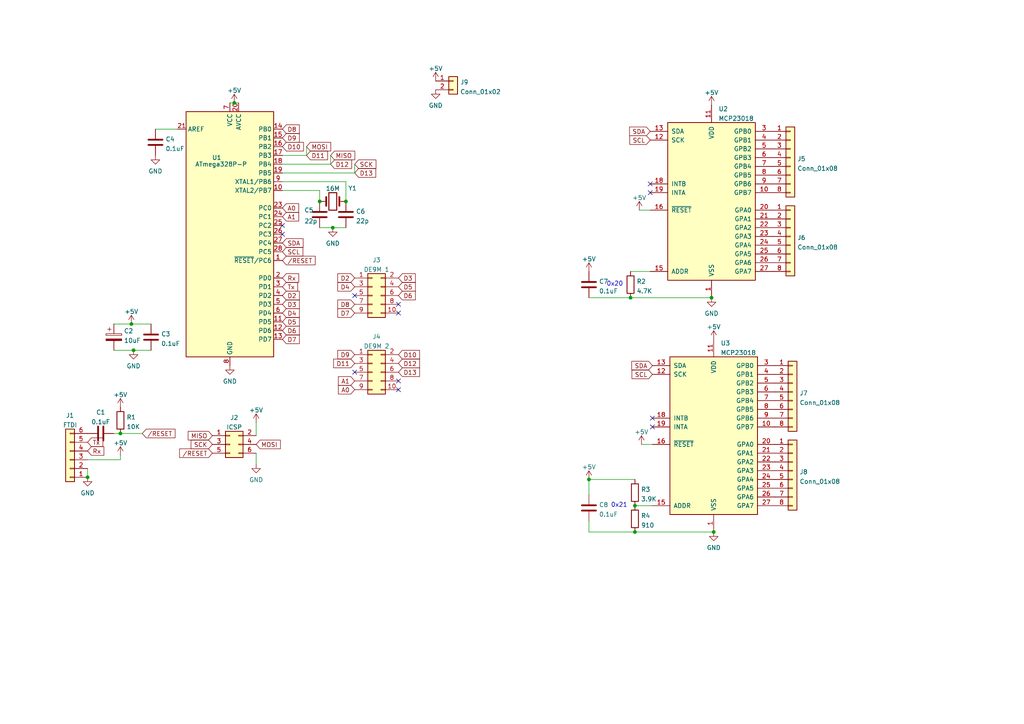
<source format=kicad_sch>
(kicad_sch (version 20211123) (generator eeschema)
  (paper "A4")
  (lib_symbols
    (symbol "Connector_Generic:Conn_01x02" (pin_names (offset 1.016) hide)
      (property "Reference" "J" (at 0 2.54 0))
      (property "Value" "Conn_01x02" (at 0 -5.08 0))
      (symbol "Conn_01x02_1_1"
        (rectangle (start -1.27 -2.413) (end 0 -2.667) (stroke (width 0.1524)))
        (rectangle (start -1.27 0.127) (end 0 -0.127) (stroke (width 0.1524)))
        (rectangle (start -1.27 1.27) (end 1.27 -3.81) (stroke (width 0.254)) (fill (type background)))
        (pin passive line (at -5.08 0 0) (length 3.81) (name "Pin_1") (number "1"))
        (pin passive line (at -5.08 -2.54 0) (length 3.81) (name "Pin_2") (number "2"))
      )
    )
    (symbol "Connector_Generic:Conn_01x06" (pin_names (offset 1.016) hide)
      (property "Reference" "J" (at 0 7.62 0))
      (property "Value" "Conn_01x06" (at 0 -10.16 0))
      (symbol "Conn_01x06_1_1"
        (rectangle (start -1.27 -7.493) (end 0 -7.747) (stroke (width 0.1524)))
        (rectangle (start -1.27 -4.953) (end 0 -5.207) (stroke (width 0.1524)))
        (rectangle (start -1.27 -2.413) (end 0 -2.667) (stroke (width 0.1524)))
        (rectangle (start -1.27 0.127) (end 0 -0.127) (stroke (width 0.1524)))
        (rectangle (start -1.27 2.667) (end 0 2.413) (stroke (width 0.1524)))
        (rectangle (start -1.27 5.207) (end 0 4.953) (stroke (width 0.1524)))
        (rectangle (start -1.27 6.35) (end 1.27 -8.89) (stroke (width 0.254)) (fill (type background)))
        (pin passive line (at -5.08 5.08 0) (length 3.81) (name "Pin_1") (number "1"))
        (pin passive line (at -5.08 2.54 0) (length 3.81) (name "Pin_2") (number "2"))
        (pin passive line (at -5.08 0 0) (length 3.81) (name "Pin_3") (number "3"))
        (pin passive line (at -5.08 -2.54 0) (length 3.81) (name "Pin_4") (number "4"))
        (pin passive line (at -5.08 -5.08 0) (length 3.81) (name "Pin_5") (number "5"))
        (pin passive line (at -5.08 -7.62 0) (length 3.81) (name "Pin_6") (number "6"))
      )
    )
    (symbol "Connector_Generic:Conn_01x08" (pin_names (offset 1.016) hide)
      (property "Reference" "J" (at 0 10.16 0))
      (property "Value" "Conn_01x08" (at 0 -12.7 0))
      (symbol "Conn_01x08_1_1"
        (rectangle (start -1.27 -10.033) (end 0 -10.287) (stroke (width 0.1524)))
        (rectangle (start -1.27 -7.493) (end 0 -7.747) (stroke (width 0.1524)))
        (rectangle (start -1.27 -4.953) (end 0 -5.207) (stroke (width 0.1524)))
        (rectangle (start -1.27 -2.413) (end 0 -2.667) (stroke (width 0.1524)))
        (rectangle (start -1.27 0.127) (end 0 -0.127) (stroke (width 0.1524)))
        (rectangle (start -1.27 2.667) (end 0 2.413) (stroke (width 0.1524)))
        (rectangle (start -1.27 5.207) (end 0 4.953) (stroke (width 0.1524)))
        (rectangle (start -1.27 7.747) (end 0 7.493) (stroke (width 0.1524)))
        (rectangle (start -1.27 8.89) (end 1.27 -11.43) (stroke (width 0.254)) (fill (type background)))
        (pin passive line (at -5.08 7.62 0) (length 3.81) (name "Pin_1") (number "1"))
        (pin passive line (at -5.08 5.08 0) (length 3.81) (name "Pin_2") (number "2"))
        (pin passive line (at -5.08 2.54 0) (length 3.81) (name "Pin_3") (number "3"))
        (pin passive line (at -5.08 0 0) (length 3.81) (name "Pin_4") (number "4"))
        (pin passive line (at -5.08 -2.54 0) (length 3.81) (name "Pin_5") (number "5"))
        (pin passive line (at -5.08 -5.08 0) (length 3.81) (name "Pin_6") (number "6"))
        (pin passive line (at -5.08 -7.62 0) (length 3.81) (name "Pin_7") (number "7"))
        (pin passive line (at -5.08 -10.16 0) (length 3.81) (name "Pin_8") (number "8"))
      )
    )
    (symbol "Connector_Generic:Conn_02x03_Odd_Even" (pin_names (offset 1.016) hide)
      (property "Reference" "J" (at 1.27 5.08 0))
      (property "Value" "Conn_02x03_Odd_Even" (at 1.27 -5.08 0))
      (symbol "Conn_02x03_Odd_Even_1_1"
        (rectangle (start -1.27 -2.413) (end 0 -2.667) (stroke (width 0.1524)))
        (rectangle (start -1.27 0.127) (end 0 -0.127) (stroke (width 0.1524)))
        (rectangle (start -1.27 2.667) (end 0 2.413) (stroke (width 0.1524)))
        (rectangle (start -1.27 3.81) (end 3.81 -3.81) (stroke (width 0.254)) (fill (type background)))
        (rectangle (start 3.81 -2.413) (end 2.54 -2.667) (stroke (width 0.1524)))
        (rectangle (start 3.81 0.127) (end 2.54 -0.127) (stroke (width 0.1524)))
        (rectangle (start 3.81 2.667) (end 2.54 2.413) (stroke (width 0.1524)))
        (pin passive line (at -5.08 2.54 0) (length 3.81) (name "Pin_1") (number "1"))
        (pin passive line (at 7.62 2.54 180) (length 3.81) (name "Pin_2") (number "2"))
        (pin passive line (at -5.08 0 0) (length 3.81) (name "Pin_3") (number "3"))
        (pin passive line (at 7.62 0 180) (length 3.81) (name "Pin_4") (number "4"))
        (pin passive line (at -5.08 -2.54 0) (length 3.81) (name "Pin_5") (number "5"))
        (pin passive line (at 7.62 -2.54 180) (length 3.81) (name "Pin_6") (number "6"))
      )
    )
    (symbol "Connector_Generic:Conn_02x05_Odd_Even" (pin_names (offset 1.016) hide)
      (property "Reference" "J" (at 1.27 7.62 0))
      (property "Value" "Conn_02x05_Odd_Even" (at 1.27 -7.62 0))
      (symbol "Conn_02x05_Odd_Even_1_1"
        (rectangle (start -1.27 -4.953) (end 0 -5.207) (stroke (width 0.1524)))
        (rectangle (start -1.27 -2.413) (end 0 -2.667) (stroke (width 0.1524)))
        (rectangle (start -1.27 0.127) (end 0 -0.127) (stroke (width 0.1524)))
        (rectangle (start -1.27 2.667) (end 0 2.413) (stroke (width 0.1524)))
        (rectangle (start -1.27 5.207) (end 0 4.953) (stroke (width 0.1524)))
        (rectangle (start -1.27 6.35) (end 3.81 -6.35) (stroke (width 0.254)) (fill (type background)))
        (rectangle (start 3.81 -4.953) (end 2.54 -5.207) (stroke (width 0.1524)))
        (rectangle (start 3.81 -2.413) (end 2.54 -2.667) (stroke (width 0.1524)))
        (rectangle (start 3.81 0.127) (end 2.54 -0.127) (stroke (width 0.1524)))
        (rectangle (start 3.81 2.667) (end 2.54 2.413) (stroke (width 0.1524)))
        (rectangle (start 3.81 5.207) (end 2.54 4.953) (stroke (width 0.1524)))
        (pin passive line (at -5.08 5.08 0) (length 3.81) (name "Pin_1") (number "1"))
        (pin passive line (at 7.62 -5.08 180) (length 3.81) (name "Pin_10") (number "10"))
        (pin passive line (at 7.62 5.08 180) (length 3.81) (name "Pin_2") (number "2"))
        (pin passive line (at -5.08 2.54 0) (length 3.81) (name "Pin_3") (number "3"))
        (pin passive line (at 7.62 2.54 180) (length 3.81) (name "Pin_4") (number "4"))
        (pin passive line (at -5.08 0 0) (length 3.81) (name "Pin_5") (number "5"))
        (pin passive line (at 7.62 0 180) (length 3.81) (name "Pin_6") (number "6"))
        (pin passive line (at -5.08 -2.54 0) (length 3.81) (name "Pin_7") (number "7"))
        (pin passive line (at 7.62 -2.54 180) (length 3.81) (name "Pin_8") (number "8"))
        (pin passive line (at -5.08 -5.08 0) (length 3.81) (name "Pin_9") (number "9"))
      )
    )
    (symbol "Device:C" (pin_numbers hide) (pin_names (offset 0.254))
      (property "Reference" "C" (at 0.635 2.54 0))
      (property "Value" "C" (at 0.635 -2.54 0))
      (symbol "C_0_1"
        (polyline (pts (xy -2.032 -0.762) (xy 2.032 -0.762)) (stroke (width 0.508)))
        (polyline (pts (xy -2.032 0.762) (xy 2.032 0.762)) (stroke (width 0.508)))
      )
      (symbol "C_1_1"
        (pin passive line (at 0 3.81 270) (length 2.794) (name "~") (number "1"))
        (pin passive line (at 0 -3.81 90) (length 2.794) (name "~") (number "2"))
      )
    )
    (symbol "Device:C_Polarized" (pin_numbers hide) (pin_names (offset 0.254))
      (property "Reference" "C" (at 0.635 2.54 0))
      (property "Value" "C_Polarized" (at 0.635 -2.54 0))
      (symbol "C_Polarized_0_1"
        (rectangle (start -2.286 0.508) (end 2.286 1.016))
        (polyline (pts (xy -1.778 2.286) (xy -0.762 2.286)))
        (polyline (pts (xy -1.27 2.794) (xy -1.27 1.778)))
        (rectangle (start 2.286 -0.508) (end -2.286 -1.016) (fill (type outline)))
      )
      (symbol "C_Polarized_1_1"
        (pin passive line (at 0 3.81 270) (length 2.794) (name "~") (number "1"))
        (pin passive line (at 0 -3.81 90) (length 2.794) (name "~") (number "2"))
      )
    )
    (symbol "Device:Crystal" (pin_numbers hide) (pin_names (offset 1.016) hide)
      (property "Reference" "Y" (at 0 3.81 0))
      (property "Value" "Crystal" (at 0 -3.81 0))
      (symbol "Crystal_0_1"
        (rectangle (start -1.143 2.54) (end 1.143 -2.54) (stroke (width 0.3048)))
        (polyline (pts (xy -2.54 0) (xy -1.905 0)))
        (polyline (pts (xy -1.905 -1.27) (xy -1.905 1.27)) (stroke (width 0.508)))
        (polyline (pts (xy 1.905 -1.27) (xy 1.905 1.27)) (stroke (width 0.508)))
        (polyline (pts (xy 2.54 0) (xy 1.905 0)))
      )
      (symbol "Crystal_1_1"
        (pin passive line (at -3.81 0 0) (length 1.27) (name "1") (number "1"))
        (pin passive line (at 3.81 0 180) (length 1.27) (name "2") (number "2"))
      )
    )
    (symbol "Device:R" (pin_numbers hide) (pin_names (offset 0))
      (property "Reference" "R" (at 2.032 0 90))
      (property "Value" "R" (at 0 0 90))
      (symbol "R_0_1"
        (rectangle (start -1.016 -2.54) (end 1.016 2.54) (stroke (width 0.254)))
      )
      (symbol "R_1_1"
        (pin passive line (at 0 3.81 270) (length 1.27) (name "~") (number "1"))
        (pin passive line (at 0 -3.81 90) (length 1.27) (name "~") (number "2"))
      )
    )
    (symbol "Evan's misc parts:MCP23018" (pin_names (offset 1.016))
      (property "Reference" "U" (at -11.43 24.13 0))
      (property "Value" "MCP23018" (at 0 0 0))
      (symbol "MCP23018_0_1"
        (rectangle (start -12.7 22.86) (end 12.7 -22.86) (stroke (width 0.254)) (fill (type background)))
      )
      (symbol "MCP23018_1_1"
        (pin power_in line (at 0 -27.94 90) (length 5.08) (name "VSS") (number "1"))
        (pin open_collector line (at 17.78 2.54 180) (length 5.08) (name "GPB7") (number "10"))
        (pin power_in line (at 0 27.94 270) (length 5.08) (name "VDD") (number "11"))
        (pin input line (at -17.78 17.78 0) (length 5.08) (name "SCK") (number "12"))
        (pin bidirectional line (at -17.78 20.32 0) (length 5.08) (name "SDA") (number "13"))
        (pin no_connect line (at -12.7 12.7 0) (length 5.08) hide (name "NC") (number "14"))
        (pin input line (at -17.78 -20.32 0) (length 5.08) (name "ADDR") (number "15"))
        (pin input line (at -17.78 -2.54 0) (length 5.08) (name "~{RESET}") (number "16"))
        (pin no_connect line (at -12.7 10.16 0) (length 5.08) hide (name "NC") (number "17"))
        (pin tri_state line (at -17.78 5.08 0) (length 5.08) (name "INTB") (number "18"))
        (pin tri_state line (at -17.78 2.54 0) (length 5.08) (name "INTA") (number "19"))
        (pin no_connect line (at -12.7 15.24 0) (length 5.08) hide (name "NC") (number "2"))
        (pin open_collector line (at 17.78 -2.54 180) (length 5.08) (name "GPA0") (number "20"))
        (pin open_collector line (at 17.78 -5.08 180) (length 5.08) (name "GPA1") (number "21"))
        (pin open_collector line (at 17.78 -7.62 180) (length 5.08) (name "GPA2") (number "22"))
        (pin open_collector line (at 17.78 -10.16 180) (length 5.08) (name "GPA3") (number "23"))
        (pin open_collector line (at 17.78 -12.7 180) (length 5.08) (name "GPA4") (number "24"))
        (pin open_collector line (at 17.78 -15.24 180) (length 5.08) (name "GPA5") (number "25"))
        (pin open_collector line (at 17.78 -17.78 180) (length 5.08) (name "GPA6") (number "26"))
        (pin open_collector line (at 17.78 -20.32 180) (length 5.08) (name "GPA7") (number "27"))
        (pin no_connect line (at -12.7 7.62 0) (length 5.08) hide (name "NC") (number "28"))
        (pin open_collector line (at 17.78 20.32 180) (length 5.08) (name "GPB0") (number "3"))
        (pin open_collector line (at 17.78 17.78 180) (length 5.08) (name "GPB1") (number "4"))
        (pin open_collector line (at 17.78 15.24 180) (length 5.08) (name "GPB2") (number "5"))
        (pin open_collector line (at 17.78 12.7 180) (length 5.08) (name "GPB3") (number "6"))
        (pin open_collector line (at 17.78 10.16 180) (length 5.08) (name "GPB4") (number "7"))
        (pin open_collector line (at 17.78 7.62 180) (length 5.08) (name "GPB5") (number "8"))
        (pin open_collector line (at 17.78 5.08 180) (length 5.08) (name "GPB6") (number "9"))
      )
    )
    (symbol "MCU_Microchip_ATmega:ATmega328P-P"
      (property "Reference" "U" (at -12.7 36.83 0))
      (property "Value" "ATmega328P-P" (at 2.54 -36.83 0))
      (symbol "ATmega328P-P_0_1"
        (rectangle (start -12.7 -35.56) (end 12.7 35.56) (stroke (width 0.254)) (fill (type background)))
      )
      (symbol "ATmega328P-P_1_1"
        (pin bidirectional line (at 15.24 -7.62 180) (length 2.54) (name "~{RESET}/PC6") (number "1"))
        (pin bidirectional line (at 15.24 12.7 180) (length 2.54) (name "XTAL2/PB7") (number "10"))
        (pin bidirectional line (at 15.24 -25.4 180) (length 2.54) (name "PD5") (number "11"))
        (pin bidirectional line (at 15.24 -27.94 180) (length 2.54) (name "PD6") (number "12"))
        (pin bidirectional line (at 15.24 -30.48 180) (length 2.54) (name "PD7") (number "13"))
        (pin bidirectional line (at 15.24 30.48 180) (length 2.54) (name "PB0") (number "14"))
        (pin bidirectional line (at 15.24 27.94 180) (length 2.54) (name "PB1") (number "15"))
        (pin bidirectional line (at 15.24 25.4 180) (length 2.54) (name "PB2") (number "16"))
        (pin bidirectional line (at 15.24 22.86 180) (length 2.54) (name "PB3") (number "17"))
        (pin bidirectional line (at 15.24 20.32 180) (length 2.54) (name "PB4") (number "18"))
        (pin bidirectional line (at 15.24 17.78 180) (length 2.54) (name "PB5") (number "19"))
        (pin bidirectional line (at 15.24 -12.7 180) (length 2.54) (name "PD0") (number "2"))
        (pin power_in line (at 2.54 38.1 270) (length 2.54) (name "AVCC") (number "20"))
        (pin passive line (at -15.24 30.48 0) (length 2.54) (name "AREF") (number "21"))
        (pin passive line (at 0 -38.1 90) (length 2.54) hide (name "GND") (number "22"))
        (pin bidirectional line (at 15.24 7.62 180) (length 2.54) (name "PC0") (number "23"))
        (pin bidirectional line (at 15.24 5.08 180) (length 2.54) (name "PC1") (number "24"))
        (pin bidirectional line (at 15.24 2.54 180) (length 2.54) (name "PC2") (number "25"))
        (pin bidirectional line (at 15.24 0 180) (length 2.54) (name "PC3") (number "26"))
        (pin bidirectional line (at 15.24 -2.54 180) (length 2.54) (name "PC4") (number "27"))
        (pin bidirectional line (at 15.24 -5.08 180) (length 2.54) (name "PC5") (number "28"))
        (pin bidirectional line (at 15.24 -15.24 180) (length 2.54) (name "PD1") (number "3"))
        (pin bidirectional line (at 15.24 -17.78 180) (length 2.54) (name "PD2") (number "4"))
        (pin bidirectional line (at 15.24 -20.32 180) (length 2.54) (name "PD3") (number "5"))
        (pin bidirectional line (at 15.24 -22.86 180) (length 2.54) (name "PD4") (number "6"))
        (pin power_in line (at 0 38.1 270) (length 2.54) (name "VCC") (number "7"))
        (pin power_in line (at 0 -38.1 90) (length 2.54) (name "GND") (number "8"))
        (pin bidirectional line (at 15.24 15.24 180) (length 2.54) (name "XTAL1/PB6") (number "9"))
      )
    )
    (symbol "power:+5V" (power) (pin_names (offset 0))
      (property "Value" "+5V" (at 0 3.556 0))
      (symbol "+5V_0_1"
        (polyline (pts (xy -0.762 1.27) (xy 0 2.54)))
        (polyline (pts (xy 0 0) (xy 0 2.54)))
        (polyline (pts (xy 0 2.54) (xy 0.762 1.27)))
      )
      (symbol "+5V_1_1"
        (pin power_in line (at 0 0 90) (length 0) hide (name "+5V") (number "1"))
      )
    )
    (symbol "power:GND" (power) (pin_names (offset 0))
      (property "Value" "GND" (at 0 -3.81 0))
      (symbol "GND_0_1"
        (polyline (pts (xy 0 0) (xy 0 -1.27) (xy 1.27 -1.27) (xy 0 -2.54) (xy -1.27 -1.27) (xy 0 -1.27)))
      )
      (symbol "GND_1_1"
        (pin power_in line (at 0 0 270) (length 0) hide (name "GND") (number "1"))
      )
    )
  )
  (junction (at 206.375 86.36))
  (junction (at 92.71 58.42))
  (junction (at 184.15 154.305))
  (junction (at 207.01 154.305))
  (junction (at 182.88 86.36))
  (junction (at 34.925 125.73))
  (junction (at 184.15 146.685))
  (junction (at 67.945 29.845))
  (junction (at 38.1 93.98))
  (junction (at 100.33 58.42))
  (junction (at 170.815 139.065))
  (junction (at 96.52 66.04))
  (junction (at 38.735 101.6))
  (junction (at 25.4 138.43))
  (no_connect (at 115.57 88.265))
  (no_connect (at 102.87 85.725))
  (no_connect (at 115.57 110.49))
  (no_connect (at 102.87 107.95))
  (no_connect (at 189.23 121.285))
  (no_connect (at 189.23 123.825))
  (no_connect (at 188.595 55.88))
  (no_connect (at 188.595 53.34))
  (no_connect (at 115.57 90.805))
  (no_connect (at 115.57 113.03))
  (no_connect (at 81.915 65.405))
  (no_connect (at 81.915 67.945))
  (wire (pts (xy 102.87 47.625) (xy 102.87 50.165)))
  (wire (pts (xy 182.88 78.74) (xy 188.595 78.74)))
  (wire (pts (xy 184.15 146.685) (xy 189.23 146.685)))
  (wire (pts (xy 88.9 42.545) (xy 88.9 45.085)))
  (wire (pts (xy 95.885 45.085) (xy 95.885 47.625)))
  (wire (pts (xy 170.815 154.305) (xy 184.15 154.305)))
  (wire (pts (xy 67.945 29.845) (xy 66.675 29.845)))
  (wire (pts (xy 182.88 86.36) (xy 206.375 86.36)))
  (wire (pts (xy 100.33 52.705) (xy 100.33 58.42)))
  (wire (pts (xy 81.915 52.705) (xy 100.33 52.705)))
  (wire (pts (xy 33.02 101.6) (xy 38.735 101.6)))
  (wire (pts (xy 67.945 29.845) (xy 69.215 29.845)))
  (wire (pts (xy 170.815 86.36) (xy 182.88 86.36)))
  (wire (pts (xy 45.085 37.465) (xy 51.435 37.465)))
  (wire (pts (xy 185.42 60.96) (xy 188.595 60.96)))
  (wire (pts (xy 25.4 133.35) (xy 34.925 133.35)))
  (wire (pts (xy 41.275 125.73) (xy 34.925 125.73)))
  (wire (pts (xy 25.4 135.89) (xy 25.4 138.43)))
  (wire (pts (xy 170.815 139.065) (xy 184.15 139.065)))
  (wire (pts (xy 33.02 93.98) (xy 38.1 93.98)))
  (wire (pts (xy 74.295 122.555) (xy 74.295 126.365)))
  (wire (pts (xy 92.71 66.04) (xy 96.52 66.04)))
  (wire (pts (xy 34.925 133.35) (xy 34.925 132.08)))
  (wire (pts (xy 95.885 47.625) (xy 81.915 47.625)))
  (wire (pts (xy 34.925 125.73) (xy 33.02 125.73)))
  (wire (pts (xy 38.735 101.6) (xy 43.815 101.6)))
  (wire (pts (xy 38.1 93.98) (xy 43.815 93.98)))
  (wire (pts (xy 81.915 55.245) (xy 92.71 55.245)))
  (wire (pts (xy 96.52 66.04) (xy 100.33 66.04)))
  (wire (pts (xy 88.9 45.085) (xy 81.915 45.085)))
  (wire (pts (xy 92.71 55.245) (xy 92.71 58.42)))
  (wire (pts (xy 74.295 134.62) (xy 74.295 131.445)))
  (wire (pts (xy 184.15 154.305) (xy 207.01 154.305)))
  (wire (pts (xy 170.815 151.13) (xy 170.815 154.305)))
  (wire (pts (xy 170.815 143.51) (xy 170.815 139.065)))
  (wire (pts (xy 102.87 50.165) (xy 81.915 50.165)))
  (wire (pts (xy 186.055 128.905) (xy 189.23 128.905)))
  (text "0x21" (at 177.165 147.32 0) (effects (font (size 1.27 1.27)) (justify left bottom)))
  (text "0x20" (at 175.895 83.185 0) (effects (font (size 1.27 1.27)) (justify left bottom)))
  (global_label "D4" (shape input) (at 102.87 83.185 180) (property "Intersheet References" "${INTERSHEET_REFS}" (effects hide)))
  (global_label "A0" (shape input) (at 81.915 60.325 0) (property "Intersheet References" "${INTERSHEET_REFS}" (effects hide)))
  (global_label "Rx" (shape input) (at 25.4 130.81 0) (property "Intersheet References" "${INTERSHEET_REFS}" (effects hide)))
  (global_label "D10" (shape input) (at 81.915 42.545 0) (property "Intersheet References" "${INTERSHEET_REFS}" (effects hide)))
  (global_label "MOSI" (shape input) (at 74.295 128.905 0) (property "Intersheet References" "${INTERSHEET_REFS}" (effects hide)))
  (global_label "D13" (shape input) (at 115.57 107.95 0) (property "Intersheet References" "${INTERSHEET_REFS}" (effects hide)))
  (global_label "SCL" (shape input) (at 81.915 73.025 0) (property "Intersheet References" "${INTERSHEET_REFS}" (effects hide)))
  (global_label "D11" (shape input) (at 88.9 45.085 0) (property "Intersheet References" "${INTERSHEET_REFS}" (effects hide)))
  (global_label "MOSI" (shape input) (at 88.9 42.545 0) (property "Intersheet References" "${INTERSHEET_REFS}" (effects hide)))
  (global_label "D8" (shape input) (at 81.915 37.465 0) (property "Intersheet References" "${INTERSHEET_REFS}" (effects hide)))
  (global_label "D5" (shape input) (at 81.915 93.345 0) (property "Intersheet References" "${INTERSHEET_REFS}" (effects hide)))
  (global_label "D5" (shape input) (at 115.57 83.185 0) (property "Intersheet References" "${INTERSHEET_REFS}" (effects hide)))
  (global_label "D2" (shape input) (at 102.87 80.645 180) (property "Intersheet References" "${INTERSHEET_REFS}" (effects hide)))
  (global_label "A1" (shape input) (at 81.915 62.865 0) (property "Intersheet References" "${INTERSHEET_REFS}" (effects hide)))
  (global_label "D12" (shape input) (at 115.57 105.41 0) (property "Intersheet References" "${INTERSHEET_REFS}" (effects hide)))
  (global_label "D9" (shape input) (at 81.915 40.005 0) (property "Intersheet References" "${INTERSHEET_REFS}" (effects hide)))
  (global_label "{slash}RESET" (shape input) (at 81.915 75.565 0) (property "Intersheet References" "${INTERSHEET_REFS}" (effects hide)))
  (global_label "D2" (shape input) (at 81.915 85.725 0) (property "Intersheet References" "${INTERSHEET_REFS}" (effects hide)))
  (global_label "D3" (shape input) (at 115.57 80.645 0) (property "Intersheet References" "${INTERSHEET_REFS}" (effects hide)))
  (global_label "D6" (shape input) (at 81.915 95.885 0) (property "Intersheet References" "${INTERSHEET_REFS}" (effects hide)))
  (global_label "D11" (shape input) (at 102.87 105.41 180) (property "Intersheet References" "${INTERSHEET_REFS}" (effects hide)))
  (global_label "Rx" (shape input) (at 81.915 80.645 0) (property "Intersheet References" "${INTERSHEET_REFS}" (effects hide)))
  (global_label "Tx" (shape input) (at 25.4 128.27 0) (property "Intersheet References" "${INTERSHEET_REFS}" (effects hide)))
  (global_label "SCL" (shape input) (at 189.23 108.585 180) (property "Intersheet References" "${INTERSHEET_REFS}" (effects hide)))
  (global_label "D3" (shape input) (at 81.915 88.265 0) (property "Intersheet References" "${INTERSHEET_REFS}" (effects hide)))
  (global_label "{slash}RESET" (shape input) (at 41.275 125.73 0) (property "Intersheet References" "${INTERSHEET_REFS}" (effects hide)))
  (global_label "SDA" (shape input) (at 81.915 70.485 0) (property "Intersheet References" "${INTERSHEET_REFS}" (effects hide)))
  (global_label "SCL" (shape input) (at 188.595 40.64 180) (property "Intersheet References" "${INTERSHEET_REFS}" (effects hide)))
  (global_label "D10" (shape input) (at 115.57 102.87 0) (property "Intersheet References" "${INTERSHEET_REFS}" (effects hide)))
  (global_label "D6" (shape input) (at 115.57 85.725 0) (property "Intersheet References" "${INTERSHEET_REFS}" (effects hide)))
  (global_label "D7" (shape input) (at 102.87 90.805 180) (property "Intersheet References" "${INTERSHEET_REFS}" (effects hide)))
  (global_label "D7" (shape input) (at 81.915 98.425 0) (property "Intersheet References" "${INTERSHEET_REFS}" (effects hide)))
  (global_label "{slash}RESET" (shape input) (at 61.595 131.445 180) (property "Intersheet References" "${INTERSHEET_REFS}" (effects hide)))
  (global_label "SDA" (shape input) (at 189.23 106.045 180) (property "Intersheet References" "${INTERSHEET_REFS}" (effects hide)))
  (global_label "MISO" (shape input) (at 61.595 126.365 180) (property "Intersheet References" "${INTERSHEET_REFS}" (effects hide)))
  (global_label "A0" (shape input) (at 102.87 113.03 180) (property "Intersheet References" "${INTERSHEET_REFS}" (effects hide)))
  (global_label "D8" (shape input) (at 102.87 88.265 180) (property "Intersheet References" "${INTERSHEET_REFS}" (effects hide)))
  (global_label "MISO" (shape input) (at 95.885 45.085 0) (property "Intersheet References" "${INTERSHEET_REFS}" (effects hide)))
  (global_label "SCK" (shape input) (at 61.595 128.905 180) (property "Intersheet References" "${INTERSHEET_REFS}" (effects hide)))
  (global_label "D13" (shape input) (at 102.87 50.165 0) (property "Intersheet References" "${INTERSHEET_REFS}" (effects hide)))
  (global_label "D12" (shape input) (at 95.885 47.625 0) (property "Intersheet References" "${INTERSHEET_REFS}" (effects hide)))
  (global_label "D4" (shape input) (at 81.915 90.805 0) (property "Intersheet References" "${INTERSHEET_REFS}" (effects hide)))
  (global_label "A1" (shape input) (at 102.87 110.49 180) (property "Intersheet References" "${INTERSHEET_REFS}" (effects hide)))
  (global_label "SCK" (shape input) (at 102.87 47.625 0) (property "Intersheet References" "${INTERSHEET_REFS}" (effects hide)))
  (global_label "Tx" (shape input) (at 81.915 83.185 0) (property "Intersheet References" "${INTERSHEET_REFS}" (effects hide)))
  (global_label "D9" (shape input) (at 102.87 102.87 180) (property "Intersheet References" "${INTERSHEET_REFS}" (effects hide)))
  (global_label "SDA" (shape input) (at 188.595 38.1 180) (property "Intersheet References" "${INTERSHEET_REFS}" (effects hide)))
  (symbol (lib_id "Connector_Generic:Conn_01x08") (at 229.87 136.525 0) (unit 1)
    (property "Reference" "J8" (at 231.902 136.8865 0) (effects (justify left)))
    (property "Value" "Conn_01x08" (at 231.902 139.6616 0) (effects (justify left)))
    (property "Footprint" "Connector_Phoenix_MC:PhoenixContact_MC_1,5_8-G-3.81_1x08_P3.81mm_Horizontal" (effects hide))
  )
  (symbol (lib_id "power:+5V") (at 185.42 60.96 0) (unit 1)
    (property "Reference" "#PWR014" (effects hide))
    (property "Value" "+5V" (at 185.42 57.3555 0))
  )
  (symbol (lib_id "power:+5V") (at 186.055 128.905 0) (unit 1)
    (property "Reference" "#PWR015" (effects hide))
    (property "Value" "+5V" (at 186.055 125.3005 0))
  )
  (symbol (lib_id "power:GND") (at 66.675 106.045 0) (unit 1)
    (property "Reference" "#PWR07" (effects hide))
    (property "Value" "GND" (at 66.675 110.6075 0))
  )
  (symbol (lib_id "Connector_Generic:Conn_02x05_Odd_Even") (at 107.95 85.725 0) (unit 1)
    (property "Reference" "J3" (at 109.22 75.4085 0))
    (property "Value" "DE9M 1" (at 109.22 78.1836 0))
    (property "Footprint" "Connector_PinHeader_2.54mm:PinHeader_2x05_P2.54mm_Vertical" (effects hide))
  )
  (symbol (lib_id "Device:C_Polarized") (at 33.02 97.79 0) (unit 1)
    (property "Reference" "C2" (at 35.941 95.9925 0) (effects (justify left)))
    (property "Value" "10uF" (at 35.941 98.7676 0) (effects (justify left)))
    (property "Footprint" "Capacitor_SMD:C_0603_1608Metric" (effects hide))
  )
  (symbol (lib_id "Device:C") (at 45.085 41.275 0) (unit 1)
    (property "Reference" "C4" (at 48.006 40.3665 0) (effects (justify left)))
    (property "Value" "0.1uF" (at 48.006 43.1416 0) (effects (justify left)))
    (property "Footprint" "Capacitor_SMD:C_0603_1608Metric" (effects hide))
  )
  (symbol (lib_id "power:+5V") (at 206.375 30.48 0) (unit 1)
    (property "Reference" "#PWR016" (effects hide))
    (property "Value" "+5V" (at 206.375 26.8755 0))
  )
  (symbol (lib_id "Connector_Generic:Conn_01x06") (at 20.32 133.35 180) (unit 1)
    (property "Reference" "J1" (at 20.32 120.4935 0))
    (property "Value" "FTDI" (at 20.32 123.2686 0))
    (property "Footprint" "Connector_PinHeader_2.54mm:PinHeader_1x06_P2.54mm_Vertical" (effects hide))
  )
  (symbol (lib_id "Device:R") (at 184.15 150.495 0) (unit 1)
    (property "Reference" "R4" (at 185.928 149.5865 0) (effects (justify left)))
    (property "Value" "910" (at 185.928 152.3616 0) (effects (justify left)))
    (property "Footprint" "Resistor_THT:R_Axial_DIN0204_L3.6mm_D1.6mm_P1.90mm_Vertical" (effects hide))
  )
  (symbol (lib_id "Evan's misc parts:MCP23018") (at 206.375 58.42 0) (unit 1)
    (property "Reference" "U2" (at 208.3944 31.5935 0) (effects (justify left)))
    (property "Value" "MCP23018" (at 208.3944 34.3686 0) (effects (justify left)))
    (property "Footprint" "Package_DIP:DIP-28_W7.62mm" (effects hide))
  )
  (symbol (lib_id "power:+5V") (at 38.1 93.98 0) (unit 1)
    (property "Reference" "#PWR04" (effects hide))
    (property "Value" "+5V" (at 38.1 90.3755 0))
  )
  (symbol (lib_id "Device:C") (at 92.71 62.23 0) (unit 1)
    (property "Reference" "C5" (at 88.265 60.96 0) (effects (justify left)))
    (property "Value" "22p" (at 88.265 64.135 0) (effects (justify left)))
    (property "Footprint" "Capacitor_SMD:C_0603_1608Metric" (effects hide))
  )
  (symbol (lib_id "Device:R") (at 184.15 142.875 0) (unit 1)
    (property "Reference" "R3" (at 185.928 141.9665 0) (effects (justify left)))
    (property "Value" "3.9K" (at 185.928 144.7416 0) (effects (justify left)))
    (property "Footprint" "Resistor_THT:R_Axial_DIN0204_L3.6mm_D1.6mm_P1.90mm_Vertical" (effects hide))
  )
  (symbol (lib_id "Connector_Generic:Conn_01x08") (at 229.87 113.665 0) (unit 1)
    (property "Reference" "J7" (at 231.902 114.0265 0) (effects (justify left)))
    (property "Value" "Conn_01x08" (at 231.902 116.8016 0) (effects (justify left)))
    (property "Footprint" "Connector_Phoenix_MC:PhoenixContact_MC_1,5_8-G-3.81_1x08_P3.81mm_Horizontal" (effects hide))
  )
  (symbol (lib_id "power:+5V") (at 34.925 118.11 0) (unit 1)
    (property "Reference" "#PWR02" (effects hide))
    (property "Value" "+5V" (at 34.925 114.5055 0))
  )
  (symbol (lib_id "Device:R") (at 182.88 82.55 0) (unit 1)
    (property "Reference" "R2" (at 184.658 81.6415 0) (effects (justify left)))
    (property "Value" "4.7K" (at 184.658 84.4166 0) (effects (justify left)))
    (property "Footprint" "Resistor_THT:R_Axial_DIN0204_L3.6mm_D1.6mm_P1.90mm_Vertical" (effects hide))
  )
  (symbol (lib_id "Connector_Generic:Conn_01x08") (at 229.235 68.58 0) (unit 1)
    (property "Reference" "J6" (at 231.267 68.9415 0) (effects (justify left)))
    (property "Value" "Conn_01x08" (at 231.267 71.7166 0) (effects (justify left)))
    (property "Footprint" "Connector_Phoenix_MC:PhoenixContact_MC_1,5_8-G-3.81_1x08_P3.81mm_Horizontal" (effects hide))
  )
  (symbol (lib_id "Device:C") (at 29.21 125.73 90) (unit 1)
    (property "Reference" "C1" (at 29.21 119.6045 90))
    (property "Value" "0.1uF" (at 29.21 122.3796 90))
    (property "Footprint" "Capacitor_SMD:C_0603_1608Metric" (effects hide))
  )
  (symbol (lib_id "power:GND") (at 38.735 101.6 0) (unit 1)
    (property "Reference" "#PWR05" (effects hide))
    (property "Value" "GND" (at 38.735 106.1625 0))
  )
  (symbol (lib_id "Connector_Generic:Conn_02x03_Odd_Even") (at 66.675 128.905 0) (unit 1)
    (property "Reference" "J2" (at 67.945 121.1285 0))
    (property "Value" "ICSP" (at 67.945 123.9036 0))
    (property "Footprint" "Connector_PinHeader_2.54mm:PinHeader_2x03_P2.54mm_Vertical" (effects hide))
  )
  (symbol (lib_id "power:+5V") (at 67.945 29.845 0) (unit 1)
    (property "Reference" "#PWR08" (effects hide))
    (property "Value" "+5V" (at 67.945 26.2405 0))
  )
  (symbol (lib_id "power:GND") (at 74.295 134.62 0) (unit 1)
    (property "Reference" "#PWR010" (effects hide))
    (property "Value" "GND" (at 74.295 139.1825 0))
  )
  (symbol (lib_id "power:GND") (at 206.375 86.36 0) (unit 1)
    (property "Reference" "#PWR017" (effects hide))
    (property "Value" "GND" (at 206.375 90.9225 0))
  )
  (symbol (lib_id "Connector_Generic:Conn_02x05_Odd_Even") (at 107.95 107.95 0) (unit 1)
    (property "Reference" "J4" (at 109.22 97.6335 0))
    (property "Value" "DE9M 2" (at 109.22 100.4086 0))
    (property "Footprint" "Connector_PinHeader_2.54mm:PinHeader_2x05_P2.54mm_Vertical" (effects hide))
  )
  (symbol (lib_id "Connector_Generic:Conn_01x02") (at 131.445 23.495 0) (unit 1)
    (property "Reference" "J9" (at 133.477 23.8565 0) (effects (justify left)))
    (property "Value" "Conn_01x02" (at 133.477 26.6316 0) (effects (justify left)))
    (property "Footprint" "Connector_Phoenix_MC:PhoenixContact_MC_1,5_2-G-3.81_1x02_P3.81mm_Horizontal" (effects hide))
  )
  (symbol (lib_id "Device:R") (at 34.925 121.92 0) (unit 1)
    (property "Reference" "R1" (at 36.703 121.0115 0) (effects (justify left)))
    (property "Value" "10K" (at 36.703 123.7866 0) (effects (justify left)))
    (property "Footprint" "Resistor_THT:R_Axial_DIN0204_L3.6mm_D1.6mm_P1.90mm_Vertical" (effects hide))
  )
  (symbol (lib_id "power:+5V") (at 170.815 139.065 0) (unit 1)
    (property "Reference" "#PWR013" (effects hide))
    (property "Value" "+5V" (at 170.815 135.4605 0))
  )
  (symbol (lib_id "power:GND") (at 25.4 138.43 0) (unit 1)
    (property "Reference" "#PWR01" (effects hide))
    (property "Value" "GND" (at 25.4 142.9925 0))
  )
  (symbol (lib_id "power:GND") (at 96.52 66.04 0) (unit 1)
    (property "Reference" "#PWR011" (effects hide))
    (property "Value" "GND" (at 96.52 70.6025 0))
  )
  (symbol (lib_id "MCU_Microchip_ATmega:ATmega328P-P") (at 66.675 67.945 0) (unit 1)
    (property "Reference" "U1" (at 62.865 45.72 0))
    (property "Value" "ATmega328P-P" (at 64.135 47.625 0))
    (property "Footprint" "Package_DIP:DIP-28_W7.62mm" (effects hide))
    (property "Datasheet" "http://ww1.microchip.com/downloads/en/DeviceDoc/ATmega328_P%20AVR%20MCU%20with%20picoPower%20Technology%20Data%20Sheet%2040001984A.pdf" (effects hide))
  )
  (symbol (lib_id "power:GND") (at 126.365 26.035 0) (unit 1)
    (property "Reference" "#PWR0102" (effects hide))
    (property "Value" "GND" (at 126.365 30.5975 0))
  )
  (symbol (lib_id "Evan's misc parts:MCP23018") (at 207.01 126.365 0) (unit 1)
    (property "Reference" "U3" (at 209.0294 99.5385 0) (effects (justify left)))
    (property "Value" "MCP23018" (at 209.0294 102.3136 0) (effects (justify left)))
    (property "Footprint" "Package_DIP:DIP-28_W7.62mm" (effects hide))
  )
  (symbol (lib_id "power:+5V") (at 34.925 132.08 0) (unit 1)
    (property "Reference" "#PWR03" (effects hide))
    (property "Value" "+5V" (at 34.925 128.4755 0))
  )
  (symbol (lib_id "Connector_Generic:Conn_01x08") (at 229.235 45.72 0) (unit 1)
    (property "Reference" "J5" (at 231.267 46.0815 0) (effects (justify left)))
    (property "Value" "Conn_01x08" (at 231.267 48.8566 0) (effects (justify left)))
    (property "Footprint" "Connector_Phoenix_MC:PhoenixContact_MC_1,5_8-G-3.81_1x08_P3.81mm_Horizontal" (effects hide))
  )
  (symbol (lib_id "power:GND") (at 45.085 45.085 0) (unit 1)
    (property "Reference" "#PWR06" (effects hide))
    (property "Value" "GND" (at 45.085 49.6475 0))
  )
  (symbol (lib_id "Device:Crystal") (at 96.52 58.42 0) (unit 1)
    (property "Reference" "Y1" (at 102.235 54.61 0))
    (property "Value" "16M" (at 96.52 54.6632 0))
    (property "Footprint" "Crystal:Crystal_HC49-U_Vertical" (effects hide))
  )
  (symbol (lib_id "power:+5V") (at 207.01 98.425 0) (unit 1)
    (property "Reference" "#PWR018" (effects hide))
    (property "Value" "+5V" (at 207.01 94.8205 0))
  )
  (symbol (lib_id "power:+5V") (at 126.365 23.495 0) (unit 1)
    (property "Reference" "#PWR0101" (effects hide))
    (property "Value" "+5V" (at 126.365 19.8905 0))
  )
  (symbol (lib_id "Device:C") (at 170.815 82.55 0) (unit 1)
    (property "Reference" "C7" (at 173.736 81.6415 0) (effects (justify left)))
    (property "Value" "0.1uF" (at 173.736 84.4166 0) (effects (justify left)))
    (property "Footprint" "Capacitor_SMD:C_0603_1608Metric" (effects hide))
  )
  (symbol (lib_id "Device:C") (at 100.33 62.23 0) (unit 1)
    (property "Reference" "C6" (at 103.251 61.3215 0) (effects (justify left)))
    (property "Value" "22p" (at 103.251 64.0966 0) (effects (justify left)))
    (property "Footprint" "Capacitor_SMD:C_0603_1608Metric" (effects hide))
  )
  (symbol (lib_id "power:GND") (at 207.01 154.305 0) (unit 1)
    (property "Reference" "#PWR019" (effects hide))
    (property "Value" "GND" (at 207.01 158.8675 0))
  )
  (symbol (lib_id "Device:C") (at 170.815 147.32 0) (unit 1)
    (property "Reference" "C8" (at 173.736 146.4115 0) (effects (justify left)))
    (property "Value" "0.1uF" (at 173.736 149.1866 0) (effects (justify left)))
    (property "Footprint" "Capacitor_SMD:C_0603_1608Metric" (effects hide))
  )
  (symbol (lib_id "power:+5V") (at 170.815 78.74 0) (unit 1)
    (property "Reference" "#PWR012" (effects hide))
    (property "Value" "+5V" (at 170.815 75.1355 0))
  )
  (symbol (lib_id "power:+5V") (at 74.295 122.555 0) (unit 1)
    (property "Reference" "#PWR09" (effects hide))
    (property "Value" "+5V" (at 74.295 118.9505 0))
  )
  (symbol (lib_id "Device:C") (at 43.815 97.79 0) (unit 1)
    (property "Reference" "C3" (at 46.736 96.8815 0) (effects (justify left)))
    (property "Value" "0.1uF" (at 46.736 99.6566 0) (effects (justify left)))
    (property "Footprint" "Capacitor_SMD:C_0603_1608Metric" (effects hide))
  )
)
</source>
